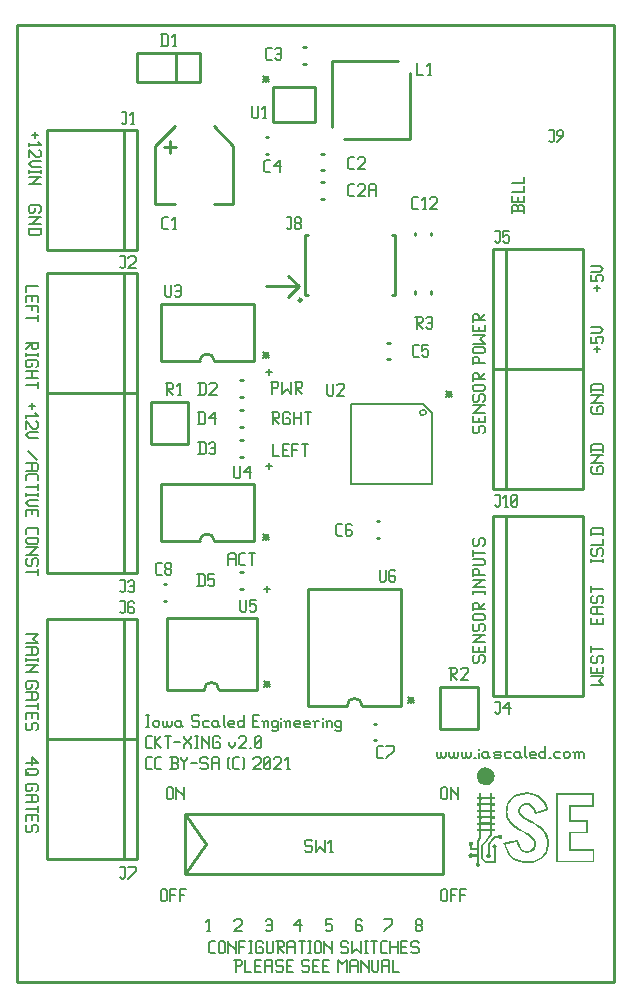
<source format=gbr>
G04 start of page 8 for group -4079 idx -4079 *
G04 Title: (unknown), topsilk *
G04 Creator: pcb 4.0.2 *
G04 CreationDate: Mon Jan 25 18:11:42 2021 UTC *
G04 For: ndholmes *
G04 Format: Gerber/RS-274X *
G04 PCB-Dimensions (mil): 3000.00 3200.00 *
G04 PCB-Coordinate-Origin: lower left *
%MOIN*%
%FSLAX25Y25*%
%LNTOPSILK*%
%ADD42C,0.0080*%
%ADD41C,0.0100*%
%ADD40C,0.0001*%
G54D40*G36*
X154043Y39209D02*X153647Y39480D01*
X153511Y39925D01*
X153565Y40240D01*
X153761Y40490D01*
X153891Y40604D01*
Y42486D01*
X153218D01*
X152741Y42481D01*
X152545Y42464D01*
X152453Y42340D01*
X152100Y42117D01*
X151672D01*
X151373Y42307D01*
X151189Y42600D01*
X151162Y42931D01*
X151270Y43224D01*
X151487Y43446D01*
X151802Y43566D01*
X152182Y43512D01*
X152491Y43273D01*
X152556Y43175D01*
X153224D01*
X153891Y43170D01*
Y44667D01*
X151558D01*
Y45400D01*
X151553Y46127D01*
X151455Y46197D01*
X151287Y46376D01*
X151178Y46593D01*
X151189Y47027D01*
X151373Y47315D01*
X151661Y47494D01*
X151997Y47526D01*
X152290Y47423D01*
X152513Y47201D01*
X152632Y46881D01*
X152578Y46506D01*
X152339Y46197D01*
X152242Y46127D01*
Y45351D01*
X153891D01*
Y47656D01*
X154357Y48248D01*
X154829Y48839D01*
Y50906D01*
X153918D01*
Y51693D01*
X158302D01*
Y53066D01*
X155486D01*
Y51693D01*
X154829D01*
Y53066D01*
X153918D01*
Y53825D01*
X154819D01*
Y55192D01*
X155502Y55219D01*
X155497Y54557D01*
X155491Y54086D01*
X155502Y53868D01*
X155567Y53858D01*
X155790Y53847D01*
X156224Y53841D01*
X156907Y53836D01*
X158302D01*
Y55219D01*
X155502D01*
X154819Y55192D01*
X153918D01*
Y55952D01*
X154829D01*
X155486Y55979D01*
X158302D01*
Y57352D01*
X155486D01*
Y55979D01*
X154829Y55952D01*
Y57324D01*
X153918D01*
Y58084D01*
X154819D01*
X154829Y59462D01*
X155486Y59505D01*
Y58827D01*
X155491Y58344D01*
X155508Y58127D01*
X155920Y58117D01*
X156907Y58111D01*
X158291D01*
X158296Y58800D01*
Y58816D01*
X158307Y59505D01*
X155486D01*
X154829Y59462D01*
X153918D01*
Y60222D01*
X154819D01*
Y61594D01*
X155502Y61648D01*
X155497Y60992D01*
X155491Y60515D01*
X155502Y60297D01*
X155567Y60287D01*
X155790Y60276D01*
X156224Y60270D01*
X156907Y60265D01*
X158307D01*
X158296Y60959D01*
X158291Y61648D01*
X155502D01*
X154819Y61594D01*
X153918D01*
Y62354D01*
X154829D01*
Y63596D01*
X155486D01*
Y62354D01*
X158302D01*
Y63596D01*
X158991D01*
Y62354D01*
X159902D01*
Y61594D01*
X158991D01*
Y60194D01*
X159902D01*
Y59435D01*
X158991D01*
Y58041D01*
X159902D01*
Y57281D01*
X158991D01*
Y55908D01*
X159902D01*
Y55149D01*
X158991D01*
Y53755D01*
X159902D01*
Y52995D01*
X158991D01*
Y51622D01*
X159902D01*
Y50836D01*
X158991D01*
X158985Y50250D01*
Y49658D01*
X157569Y47868D01*
X156148Y46083D01*
Y42074D01*
X157124Y41097D01*
X159544D01*
Y43219D01*
X159539Y44043D01*
Y44716D01*
X159533Y45172D01*
X159528Y45334D01*
X159403Y45427D01*
X159159Y45893D01*
X159294Y46409D01*
X159870Y46718D01*
X160472Y46447D01*
X160629Y45882D01*
X160331Y45372D01*
X160233Y45302D01*
Y40414D01*
X156842D01*
X155486Y41770D01*
Y46344D01*
X156896Y48123D01*
X158302Y49903D01*
Y50841D01*
X155486D01*
Y48503D01*
X154574Y47353D01*
Y40522D01*
X154640Y40490D01*
X154819Y40321D01*
X154949Y40088D01*
X154916Y39573D01*
X154569Y39193D01*
X154303Y39133D01*
X154043Y39144D01*
Y39209D01*
G37*
G36*
X169885Y40229D02*X168067Y40571D01*
X166483Y41293D01*
X165376Y42171D01*
X164432Y43278D01*
X163570Y44841D01*
X162924Y46696D01*
X162826Y47065D01*
X165246Y47581D01*
X166179Y47781D01*
X166955Y47944D01*
X167481Y48047D01*
X167682Y48080D01*
X167736Y47868D01*
X167785Y47618D01*
X167867Y47282D01*
X168230Y46257D01*
X168745Y45432D01*
X169391Y44824D01*
X170162Y44461D01*
X170400Y44418D01*
X170796Y44401D01*
X171187Y44418D01*
X171442Y44461D01*
X172462Y45047D01*
X173021Y46083D01*
X173075Y46712D01*
X173021Y47309D01*
X173623Y47483D01*
X173661Y46067D01*
X173303Y45117D01*
X172673Y44385D01*
X171816Y43924D01*
X170780Y43756D01*
X169451Y44059D01*
X168382Y44884D01*
X167590Y46127D01*
X167389Y46653D01*
X167243Y47157D01*
X167194Y47326D01*
X167145Y47342D01*
X166993Y47315D01*
X166635Y47239D01*
X166109Y47125D01*
X165479Y46989D01*
X164329Y46745D01*
X163792Y46626D01*
X163629Y46577D01*
Y46544D01*
X163678Y46360D01*
X163803Y45991D01*
X163949Y45584D01*
X164074Y45258D01*
X165072Y43479D01*
X166358Y42150D01*
X167932Y41282D01*
X169803Y40864D01*
X170199Y40853D01*
X170747D01*
X171295Y40869D01*
X171718Y40902D01*
X173048Y41157D01*
X174209Y41591D01*
X175109Y42123D01*
X175863Y42779D01*
X176466Y43560D01*
X176932Y44466D01*
X177160Y45161D01*
X177317Y45947D01*
X177366Y46902D01*
X177317Y47836D01*
X177090Y48823D01*
X176732Y49713D01*
X176211Y50532D01*
X175527Y51313D01*
X174827Y51959D01*
X174019Y52556D01*
X172945Y53217D01*
X171453Y54047D01*
X170308Y54682D01*
X169516Y55160D01*
X168963Y55561D01*
X168534Y55963D01*
X167986Y56749D01*
X167818Y57617D01*
X167964Y58659D01*
X168398Y59473D01*
X169103Y60037D01*
X170058Y60319D01*
X170639Y60336D01*
X171214Y60270D01*
X171984Y59977D01*
X172652Y59451D01*
X173227Y58686D01*
X173721Y57666D01*
X173807Y57466D01*
X173867Y57422D01*
X174030Y57471D01*
X174409Y57574D01*
X174919Y57726D01*
X175505Y57894D01*
X176081Y58062D01*
X176580Y58214D01*
X176938Y58317D01*
X177079Y58361D01*
X177052Y58485D01*
X176965Y58762D01*
X176840Y59104D01*
X176721Y59419D01*
X176043Y60634D01*
X175153Y61638D01*
X174079Y62413D01*
X172825Y62940D01*
X171068Y63243D01*
X169147Y63157D01*
X167400Y62696D01*
X166000Y61860D01*
X165300Y61133D01*
X164758Y60249D01*
X164389Y59223D01*
X164188Y58073D01*
X164161Y57297D01*
X164199Y56587D01*
X164438Y55605D01*
X164877Y54699D01*
X165517Y53858D01*
X166380Y53066D01*
X166922Y52659D01*
X167552Y52246D01*
X168355Y51769D01*
X169440Y51161D01*
X170167Y50760D01*
X170709Y50451D01*
X171133Y50196D01*
X171507Y49957D01*
X172939Y48747D01*
X173623Y47483D01*
X173021Y47309D01*
X172424Y48378D01*
X171165Y49425D01*
X170802Y49658D01*
X170395Y49903D01*
X169879Y50196D01*
X169185Y50575D01*
X167807Y51351D01*
X166792Y51980D01*
X166017Y52545D01*
X165360Y53125D01*
X164611Y53966D01*
X164074Y54850D01*
X163656Y56033D01*
X163526Y57346D01*
X163618Y58632D01*
X163911Y59831D01*
X164671Y61355D01*
X165832Y62538D01*
X167362Y63363D01*
X169234Y63802D01*
X170693Y63884D01*
X172077Y63759D01*
X173352Y63433D01*
X174491Y62907D01*
X175630Y62061D01*
X176569Y60976D01*
X177296Y59674D01*
X177789Y58171D01*
X177849Y57916D01*
X175647Y57276D01*
X174784Y57032D01*
X174079Y56831D01*
X173601Y56701D01*
X173422Y56657D01*
X173346Y56858D01*
X173118Y57460D01*
X172858Y58035D01*
X172098Y59104D01*
X171149Y59636D01*
X170514Y59701D01*
X169863Y59652D01*
X169006Y59180D01*
X168669Y58719D01*
X168485Y58122D01*
X168447Y57639D01*
X168485Y57227D01*
X168832Y56576D01*
X169559Y55908D01*
X169912Y55664D01*
X170351Y55388D01*
X170926Y55062D01*
X171697Y54639D01*
X172565Y54167D01*
X173248Y53782D01*
X173807Y53451D01*
X174285Y53142D01*
X175511Y52214D01*
X176477Y51226D01*
X177204Y50174D01*
X177692Y49034D01*
X177968Y47662D01*
X177974Y46230D01*
X177719Y44830D01*
X177209Y43566D01*
X176412Y42448D01*
X175370Y41537D01*
X174100Y40859D01*
X172635Y40414D01*
X171257Y40240D01*
X169885Y40235D01*
Y40229D01*
G37*
G36*
X180470Y52035D02*X181110Y52040D01*
X181104Y41141D01*
X192530D01*
Y44298D01*
X184756D01*
Y50819D01*
X190441D01*
Y53988D01*
X184756D01*
Y59771D01*
X192216D01*
Y62940D01*
X181121D01*
X181110Y52040D01*
X180470Y52035D01*
Y63564D01*
X192850D01*
Y59153D01*
X185390D01*
Y54633D01*
X191071D01*
Y50223D01*
X185407D01*
X185396Y47591D01*
X185390Y44960D01*
X193154D01*
Y40522D01*
X180470D01*
Y52035D01*
G37*
G36*
X157607Y42123D02*X157325Y42312D01*
X157146Y42600D01*
X157141Y43034D01*
X157368Y43387D01*
X157499Y43479D01*
X157510Y43940D01*
X157515Y45052D01*
Y46626D01*
X158611Y48004D01*
X159701Y49387D01*
X161031D01*
X161117Y49507D01*
X161345Y49702D01*
X161497Y49767D01*
X161703Y49778D01*
X161904Y49772D01*
X162056Y49702D01*
X162278Y49512D01*
X162414Y49268D01*
X162430Y48986D01*
X162365Y48714D01*
X162089Y48427D01*
X161703Y48313D01*
X161145Y48562D01*
X161020Y48698D01*
X160032D01*
X159115Y47543D01*
X158204Y46387D01*
Y43490D01*
X158307Y43419D01*
X158567Y43023D01*
X158535Y42524D01*
X158150Y42150D01*
X157607Y42117D01*
Y42123D01*
G37*
G36*
X156441Y66282D02*X155556Y66569D01*
X154791Y67128D01*
X154243Y67860D01*
X153956Y68723D01*
X153918Y69363D01*
X153999Y69982D01*
X154309Y70747D01*
X154829Y71398D01*
X155676Y71973D01*
X156647Y72216D01*
X157656Y72129D01*
X158600Y71702D01*
X159153Y71197D01*
X159577Y70579D01*
X159810Y69895D01*
X159880Y69168D01*
X159772Y68441D01*
X159506Y67768D01*
X159099Y67220D01*
X158584Y66775D01*
X157982Y66455D01*
X157331Y66282D01*
X156880Y66260D01*
X156441Y66282D01*
G37*
G54D41*X199500Y319500D02*Y500D01*
X500Y319500D02*X199500D01*
X83500Y232500D02*X94500D01*
X91000Y236000D01*
X94500Y232500D02*X91000Y229000D01*
X500Y319500D02*Y70500D01*
X199500Y500D02*X500D01*
Y117500D01*
G54D42*X8500Y257500D02*X8000Y257000D01*
X8500Y259000D02*Y257500D01*
X8000Y259500D02*X8500Y259000D01*
X5000Y259500D02*X8000D01*
X5000D02*X4500Y259000D01*
Y257500D01*
X5000Y257000D01*
X6000D01*
X6500Y257500D02*X6000Y257000D01*
X6500Y258500D02*Y257500D01*
X4500Y255800D02*X8500D01*
X8000D02*X8500D01*
X8000D02*X5500Y253300D01*
X4500D02*X8500D01*
X4500Y251600D02*X8500D01*
Y250100D02*X8000Y249600D01*
X5000D02*X8000D01*
X4500Y250100D02*X5000Y249600D01*
X4500Y252100D02*Y250100D01*
X8500Y252100D02*Y250100D01*
X5500Y193500D02*Y191500D01*
X4500Y192500D02*X6500D01*
X3500Y189800D02*Y188800D01*
Y189300D02*X7500D01*
X6500Y190300D02*X7500Y189300D01*
X7000Y187600D02*X7500Y187100D01*
Y185600D01*
X7000Y185100D01*
X6000D02*X7000D01*
X3500Y187600D02*X6000Y185100D01*
X3500Y187600D02*Y185100D01*
X4500Y183900D02*X7500D01*
X4500D02*X3500Y182900D01*
X4500Y181900D01*
X7500D01*
X3500Y232500D02*X7500D01*
X3500D02*Y230500D01*
X5500Y229300D02*Y227800D01*
X3500Y229300D02*Y227300D01*
Y229300D02*X7500D01*
Y227300D01*
X3500Y226100D02*X7500D01*
Y224100D01*
X5500Y226100D02*Y224600D01*
X7500Y222900D02*Y220900D01*
X3500Y221900D02*X7500D01*
Y214000D02*Y212000D01*
X7000Y211500D01*
X6000D02*X7000D01*
X5500Y212000D02*X6000Y211500D01*
X5500Y213500D02*Y212000D01*
X3500Y213500D02*X7500D01*
X5500D02*X3500Y211500D01*
X7500Y210300D02*Y209300D01*
X3500Y209800D02*X7500D01*
X3500Y210300D02*Y209300D01*
X7500Y206100D02*X7000Y205600D01*
X7500Y207600D02*Y206100D01*
X7000Y208100D02*X7500Y207600D01*
X4000Y208100D02*X7000D01*
X4000D02*X3500Y207600D01*
Y206100D01*
X4000Y205600D01*
X5000D01*
X5500Y206100D02*X5000Y205600D01*
X5500Y207100D02*Y206100D01*
X3500Y204400D02*X7500D01*
X3500Y201900D02*X7500D01*
X5500Y204400D02*Y201900D01*
X7500Y200700D02*Y198700D01*
X3500Y199700D02*X7500D01*
X6500Y284000D02*Y282000D01*
X5500Y283000D02*X7500D01*
X4500Y280300D02*Y279300D01*
Y279800D02*X8500D01*
X7500Y280800D02*X8500Y279800D01*
X8000Y278100D02*X8500Y277600D01*
Y276100D01*
X8000Y275600D01*
X7000D02*X8000D01*
X4500Y278100D02*X7000Y275600D01*
X4500Y278100D02*Y275600D01*
X5500Y274400D02*X8500D01*
X5500D02*X4500Y273400D01*
X5500Y272400D01*
X8500D01*
Y271200D02*Y270200D01*
X4500Y270700D02*X8500D01*
X4500Y271200D02*Y270200D01*
Y269000D02*X8500D01*
X8000D02*X8500D01*
X8000D02*X5500Y266500D01*
X4500D02*X8500D01*
X4300Y177800D02*X7300Y174800D01*
X3800Y173600D02*X7300D01*
X7800Y173100D01*
Y171600D01*
X7300Y171100D01*
X3800D02*X7300D01*
X5800Y173600D02*Y171100D01*
X3800Y169400D02*Y167900D01*
X4300Y169900D02*X3800Y169400D01*
X4300Y169900D02*X7300D01*
X7800Y169400D01*
Y167900D01*
Y166700D02*Y164700D01*
X3800Y165700D02*X7800D01*
Y163500D02*Y162500D01*
X3800Y163000D02*X7800D01*
X3800Y163500D02*Y162500D01*
X4800Y161300D02*X7800D01*
X4800D02*X3800Y160300D01*
X4800Y159300D01*
X7800D01*
X5800Y158100D02*Y156600D01*
X3800Y158100D02*Y156100D01*
Y158100D02*X7800D01*
Y156100D01*
X83500Y172500D02*X85500D01*
X84500Y173500D02*Y171500D01*
X86000Y180100D02*Y176100D01*
X88000D01*
X89200Y178100D02*X90700D01*
X89200Y176100D02*X91200D01*
X89200Y180100D02*Y176100D01*
Y180100D02*X91200D01*
X92400D02*Y176100D01*
Y180100D02*X94400D01*
X92400Y178100D02*X93900D01*
X95600Y180100D02*X97600D01*
X96600D02*Y176100D01*
X194000Y212500D02*Y210500D01*
X193000Y211500D02*X195000D01*
X192000Y215700D02*Y213700D01*
X194000D01*
X193500Y214200D01*
Y215200D02*Y214200D01*
Y215200D02*X194000Y215700D01*
X195500D01*
X196000Y215200D02*X195500Y215700D01*
X196000Y215200D02*Y214200D01*
X195500Y213700D02*X196000Y214200D01*
X192000Y216900D02*X195000D01*
X196000Y217900D01*
X195000Y218900D01*
X192000D02*X195000D01*
X192000Y192000D02*X192500Y192500D01*
X192000Y192000D02*Y190500D01*
X192500Y190000D02*X192000Y190500D01*
X192500Y190000D02*X195500D01*
X196000Y190500D01*
Y192000D02*Y190500D01*
Y192000D02*X195500Y192500D01*
X194500D02*X195500D01*
X194000Y192000D02*X194500Y192500D01*
X194000Y192000D02*Y191000D01*
X192000Y193700D02*X196000D01*
X192000D02*X192500D01*
X195000Y196200D01*
X192000D02*X196000D01*
X192000Y197900D02*X196000D01*
X192000Y199400D02*X192500Y199900D01*
X195500D01*
X196000Y199400D02*X195500Y199900D01*
X196000Y199400D02*Y197400D01*
X192000Y199400D02*Y197400D01*
Y172000D02*X192500Y172500D01*
X192000Y172000D02*Y170500D01*
X192500Y170000D02*X192000Y170500D01*
X192500Y170000D02*X195500D01*
X196000Y170500D01*
Y172000D02*Y170500D01*
Y172000D02*X195500Y172500D01*
X194500D02*X195500D01*
X194000Y172000D02*X194500Y172500D01*
X194000Y172000D02*Y171000D01*
X192000Y173700D02*X196000D01*
X192000D02*X192500D01*
X195000Y176200D01*
X192000D02*X196000D01*
X192000Y177900D02*X196000D01*
X192000Y179400D02*X192500Y179900D01*
X195500D01*
X196000Y179400D02*X195500Y179900D01*
X196000Y179400D02*Y177400D01*
X192000Y179400D02*Y177400D01*
X194000Y233000D02*Y231000D01*
X193000Y232000D02*X195000D01*
X192000Y236200D02*Y234200D01*
X194000D01*
X193500Y234700D01*
Y235700D02*Y234700D01*
Y235700D02*X194000Y236200D01*
X195500D01*
X196000Y235700D02*X195500Y236200D01*
X196000Y235700D02*Y234700D01*
X195500Y234200D02*X196000Y234700D01*
X192000Y237400D02*X195000D01*
X196000Y238400D01*
X195000Y239400D01*
X192000D02*X195000D01*
X169500Y259000D02*Y257000D01*
Y259000D02*X169000Y259500D01*
X168000D02*X169000D01*
X167500Y259000D02*X168000Y259500D01*
X167500Y259000D02*Y257500D01*
X165500D02*X169500D01*
X165500Y259000D02*Y257000D01*
Y259000D02*X166000Y259500D01*
X167000D01*
X167500Y259000D02*X167000Y259500D01*
X167500Y262200D02*Y260700D01*
X169500Y262700D02*Y260700D01*
X165500D02*X169500D01*
X165500Y262700D02*Y260700D01*
Y263900D02*X169500D01*
Y265900D02*Y263900D01*
X165500Y267100D02*X169500D01*
Y269100D02*Y267100D01*
X82500Y302500D02*X84500Y300500D01*
X82500D02*X84500Y302500D01*
X82500Y301500D02*X84500D01*
X83500Y302500D02*Y300500D01*
X82500Y210500D02*X84500Y208500D01*
X82500D02*X84500Y210500D01*
X82500Y209500D02*X84500D01*
X83500Y210500D02*Y208500D01*
Y204000D02*X85500D01*
X84500Y205000D02*Y203000D01*
X85814Y200800D02*Y196800D01*
X85314Y200800D02*X87314D01*
X87814Y200300D01*
Y199300D01*
X87314Y198800D02*X87814Y199300D01*
X85814Y198800D02*X87314D01*
X89014Y200800D02*Y196800D01*
X90514Y198300D01*
X92014Y196800D01*
Y200800D02*Y196800D01*
X93214Y200800D02*X95214D01*
X95714Y200300D01*
Y199300D01*
X95214Y198800D02*X95714Y199300D01*
X93714Y198800D02*X95214D01*
X93714Y200800D02*Y196800D01*
Y198800D02*X95714Y196800D01*
X85500Y190500D02*X87500D01*
X88000Y190000D01*
Y189000D01*
X87500Y188500D02*X88000Y189000D01*
X86000Y188500D02*X87500D01*
X86000Y190500D02*Y186500D01*
Y188500D02*X88000Y186500D01*
X91200Y190500D02*X91700Y190000D01*
X89700Y190500D02*X91200D01*
X89200Y190000D02*X89700Y190500D01*
X89200Y190000D02*Y187000D01*
X89700Y186500D01*
X91200D01*
X91700Y187000D01*
Y188000D02*Y187000D01*
X91200Y188500D02*X91700Y188000D01*
X90200Y188500D02*X91200D01*
X92900Y190500D02*Y186500D01*
X95400Y190500D02*Y186500D01*
X92900Y188500D02*X95400D01*
X96600Y190500D02*X98600D01*
X97600D02*Y186500D01*
X143500Y197500D02*X145500Y195500D01*
X143500D02*X145500Y197500D01*
X143500Y196500D02*X145500D01*
X144500Y197500D02*Y195500D01*
X152500Y185500D02*X153000Y186000D01*
X152500Y185500D02*Y184000D01*
X153000Y183500D02*X152500Y184000D01*
X153000Y183500D02*X154000D01*
X154500Y184000D01*
Y185500D02*Y184000D01*
Y185500D02*X155000Y186000D01*
X156000D01*
X156500Y185500D02*X156000Y186000D01*
X156500Y185500D02*Y184000D01*
X156000Y183500D02*X156500Y184000D01*
X154500Y188700D02*Y187200D01*
X156500Y189200D02*Y187200D01*
X152500D02*X156500D01*
X152500Y189200D02*Y187200D01*
Y190400D02*X156500D01*
X152500D02*X153000D01*
X155500Y192900D01*
X152500D02*X156500D01*
X152500Y196100D02*X153000Y196600D01*
X152500Y196100D02*Y194600D01*
X153000Y194100D02*X152500Y194600D01*
X153000Y194100D02*X154000D01*
X154500Y194600D01*
Y196100D02*Y194600D01*
Y196100D02*X155000Y196600D01*
X156000D01*
X156500Y196100D02*X156000Y196600D01*
X156500Y196100D02*Y194600D01*
X156000Y194100D02*X156500Y194600D01*
X153000Y197800D02*X156000D01*
X153000D02*X152500Y198300D01*
Y199300D02*Y198300D01*
Y199300D02*X153000Y199800D01*
X156000D01*
X156500Y199300D02*X156000Y199800D01*
X156500Y199300D02*Y198300D01*
X156000Y197800D02*X156500Y198300D01*
X152500Y203000D02*Y201000D01*
Y203000D02*X153000Y203500D01*
X154000D01*
X154500Y203000D02*X154000Y203500D01*
X154500Y203000D02*Y201500D01*
X152500D02*X156500D01*
X154500D02*X156500Y203500D01*
X152500Y207000D02*X156500D01*
X152500Y208500D02*Y206500D01*
Y208500D02*X153000Y209000D01*
X154000D01*
X154500Y208500D02*X154000Y209000D01*
X154500Y208500D02*Y207000D01*
X153000Y210200D02*X156000D01*
X153000D02*X152500Y210700D01*
Y211700D02*Y210700D01*
Y211700D02*X153000Y212200D01*
X156000D01*
X156500Y211700D02*X156000Y212200D01*
X156500Y211700D02*Y210700D01*
X156000Y210200D02*X156500Y210700D01*
X152500Y213400D02*X156500D01*
X155000Y214900D01*
X156500Y216400D01*
X152500D02*X156500D01*
X154500Y219100D02*Y217600D01*
X156500Y219600D02*Y217600D01*
X152500D02*X156500D01*
X152500Y219600D02*Y217600D01*
Y222800D02*Y220800D01*
Y222800D02*X153000Y223300D01*
X154000D01*
X154500Y222800D02*X154000Y223300D01*
X154500Y222800D02*Y221300D01*
X152500D02*X156500D01*
X154500D02*X156500Y223300D01*
X3500Y116500D02*X7500D01*
X6000Y115000D01*
X7500Y113500D01*
X3500D02*X7500D01*
X3500Y112300D02*X7000D01*
X7500Y111800D01*
Y110300D01*
X7000Y109800D01*
X3500D02*X7000D01*
X5500Y112300D02*Y109800D01*
X7500Y108600D02*Y107600D01*
X3500Y108100D02*X7500D01*
X3500Y108600D02*Y107600D01*
Y106400D02*X7500D01*
X7000D02*X7500D01*
X7000D02*X4500Y103900D01*
X3500D02*X7500D01*
Y98900D02*X7000Y98400D01*
X7500Y100400D02*Y98900D01*
X7000Y100900D02*X7500Y100400D01*
X4000Y100900D02*X7000D01*
X4000D02*X3500Y100400D01*
Y98900D01*
X4000Y98400D01*
X5000D01*
X5500Y98900D02*X5000Y98400D01*
X5500Y99900D02*Y98900D01*
X3500Y97200D02*X7000D01*
X7500Y96700D01*
Y95200D01*
X7000Y94700D01*
X3500D02*X7000D01*
X5500Y97200D02*Y94700D01*
X7500Y93500D02*Y91500D01*
X3500Y92500D02*X7500D01*
X5500Y90300D02*Y88800D01*
X3500Y90300D02*Y88300D01*
Y90300D02*X7500D01*
Y88300D01*
Y85100D02*X7000Y84600D01*
X7500Y86600D02*Y85100D01*
X7000Y87100D02*X7500Y86600D01*
X6000Y87100D02*X7000D01*
X6000D02*X5500Y86600D01*
Y85100D01*
X5000Y84600D01*
X4000D02*X5000D01*
X3500Y85100D02*X4000Y84600D01*
X3500Y86600D02*Y85100D01*
X4000Y87100D02*X3500Y86600D01*
X5500Y75500D02*X7500Y73500D01*
X5500Y75500D02*Y73000D01*
X3500Y73500D02*X7500D01*
X4000Y71800D02*X7000D01*
X7500Y71300D01*
Y70300D01*
X7000Y69800D01*
X4000D02*X7000D01*
X3500Y70300D02*X4000Y69800D01*
X3500Y71300D02*Y70300D01*
X4000Y71800D02*X3500Y71300D01*
X4500Y70800D02*X3500Y69800D01*
X7500Y64800D02*X7000Y64300D01*
X7500Y66300D02*Y64800D01*
X7000Y66800D02*X7500Y66300D01*
X4000Y66800D02*X7000D01*
X4000D02*X3500Y66300D01*
Y64800D01*
X4000Y64300D01*
X5000D01*
X5500Y64800D02*X5000Y64300D01*
X5500Y65800D02*Y64800D01*
X3500Y63100D02*X7000D01*
X7500Y62600D01*
Y61100D01*
X7000Y60600D01*
X3500D02*X7000D01*
X5500Y63100D02*Y60600D01*
X7500Y59400D02*Y57400D01*
X3500Y58400D02*X7500D01*
X5500Y56200D02*Y54700D01*
X3500Y56200D02*Y54200D01*
Y56200D02*X7500D01*
Y54200D01*
Y51000D02*X7000Y50500D01*
X7500Y52500D02*Y51000D01*
X7000Y53000D02*X7500Y52500D01*
X6000Y53000D02*X7000D01*
X6000D02*X5500Y52500D01*
Y51000D01*
X5000Y50500D01*
X4000D02*X5000D01*
X3500Y51000D02*X4000Y50500D01*
X3500Y52500D02*Y51000D01*
X4000Y53000D02*X3500Y52500D01*
X3800Y151500D02*Y150000D01*
X4300Y152000D02*X3800Y151500D01*
X4300Y152000D02*X7300D01*
X7800Y151500D01*
Y150000D01*
X4300Y148800D02*X7300D01*
X7800Y148300D01*
Y147300D01*
X7300Y146800D01*
X4300D02*X7300D01*
X3800Y147300D02*X4300Y146800D01*
X3800Y148300D02*Y147300D01*
X4300Y148800D02*X3800Y148300D01*
Y145600D02*X7800D01*
X7300D02*X7800D01*
X7300D02*X4800Y143100D01*
X3800D02*X7800D01*
Y139900D02*X7300Y139400D01*
X7800Y141400D02*Y139900D01*
X7300Y141900D02*X7800Y141400D01*
X6300Y141900D02*X7300D01*
X6300D02*X5800Y141400D01*
Y139900D01*
X5300Y139400D01*
X4300D02*X5300D01*
X3800Y139900D02*X4300Y139400D01*
X3800Y141400D02*Y139900D01*
X4300Y141900D02*X3800Y141400D01*
X7800Y138200D02*Y136200D01*
X3800Y137200D02*X7800D01*
X83000Y131500D02*X85000D01*
X84000Y132500D02*Y130500D01*
X83000Y101000D02*X85000Y99000D01*
X83000D02*X85000Y101000D01*
X83000Y100000D02*X85000D01*
X84000Y101000D02*Y99000D01*
X82500Y150000D02*X84500Y148000D01*
X82500D02*X84500Y150000D01*
X82500Y149000D02*X84500D01*
X83500Y150000D02*Y148000D01*
X71000Y143000D02*Y139500D01*
Y143000D02*X71500Y143500D01*
X73000D01*
X73500Y143000D01*
Y139500D01*
X71000Y141500D02*X73500D01*
X75200Y139500D02*X76700D01*
X74700Y140000D02*X75200Y139500D01*
X74700Y143000D02*Y140000D01*
Y143000D02*X75200Y143500D01*
X76700D01*
X77900D02*X79900D01*
X78900D02*Y139500D01*
X48500Y31000D02*Y28000D01*
Y31000D02*X49000Y31500D01*
X50000D01*
X50500Y31000D01*
Y28000D01*
X50000Y27500D02*X50500Y28000D01*
X49000Y27500D02*X50000D01*
X48500Y28000D02*X49000Y27500D01*
X51700Y31500D02*Y27500D01*
Y31500D02*X53700D01*
X51700Y29500D02*X53200D01*
X54900Y31500D02*Y27500D01*
Y31500D02*X56900D01*
X54900Y29500D02*X56400D01*
X64000Y17500D02*X65000D01*
X64500Y21500D02*Y17500D01*
X63500Y20500D02*X64500Y21500D01*
X73000Y21000D02*X73500Y21500D01*
X75000D01*
X75500Y21000D01*
Y20000D01*
X73000Y17500D02*X75500Y20000D01*
X73000Y17500D02*X75500D01*
X83500Y21000D02*X84000Y21500D01*
X85000D01*
X85500Y21000D01*
Y18000D01*
X85000Y17500D02*X85500Y18000D01*
X84000Y17500D02*X85000D01*
X83500Y18000D02*X84000Y17500D01*
Y19500D02*X85500D01*
X93000D02*X95000Y21500D01*
X93000Y19500D02*X95500D01*
X95000Y21500D02*Y17500D01*
X103500Y21500D02*X105500D01*
X103500D02*Y19500D01*
X104000Y20000D01*
X105000D01*
X105500Y19500D01*
Y18000D01*
X105000Y17500D02*X105500Y18000D01*
X104000Y17500D02*X105000D01*
X103500Y18000D02*X104000Y17500D01*
X115000Y21500D02*X115500Y21000D01*
X114000Y21500D02*X115000D01*
X113500Y21000D02*X114000Y21500D01*
X113500Y21000D02*Y18000D01*
X114000Y17500D01*
X115000Y19500D02*X115500Y19000D01*
X113500Y19500D02*X115000D01*
X114000Y17500D02*X115000D01*
X115500Y18000D01*
Y19000D02*Y18000D01*
X65200Y10200D02*X66700D01*
X64700Y10700D02*X65200Y10200D01*
X64700Y13700D02*Y10700D01*
Y13700D02*X65200Y14200D01*
X66700D01*
X67900Y13700D02*Y10700D01*
Y13700D02*X68400Y14200D01*
X69400D01*
X69900Y13700D01*
Y10700D01*
X69400Y10200D02*X69900Y10700D01*
X68400Y10200D02*X69400D01*
X67900Y10700D02*X68400Y10200D01*
X71100Y14200D02*Y10200D01*
Y14200D02*Y13700D01*
X73600Y11200D01*
Y14200D02*Y10200D01*
X74800Y14200D02*Y10200D01*
Y14200D02*X76800D01*
X74800Y12200D02*X76300D01*
X78000Y14200D02*X79000D01*
X78500D02*Y10200D01*
X78000D02*X79000D01*
X82200Y14200D02*X82700Y13700D01*
X80700Y14200D02*X82200D01*
X80200Y13700D02*X80700Y14200D01*
X80200Y13700D02*Y10700D01*
X80700Y10200D01*
X82200D01*
X82700Y10700D01*
Y11700D02*Y10700D01*
X82200Y12200D02*X82700Y11700D01*
X81200Y12200D02*X82200D01*
X83900Y14200D02*Y10700D01*
X84400Y10200D01*
X85400D01*
X85900Y10700D01*
Y14200D02*Y10700D01*
X87100Y14200D02*X89100D01*
X89600Y13700D01*
Y12700D01*
X89100Y12200D02*X89600Y12700D01*
X87600Y12200D02*X89100D01*
X87600Y14200D02*Y10200D01*
Y12200D02*X89600Y10200D01*
X90800Y13700D02*Y10200D01*
Y13700D02*X91300Y14200D01*
X92800D01*
X93300Y13700D01*
Y10200D01*
X90800Y12200D02*X93300D01*
X94500Y14200D02*X96500D01*
X95500D02*Y10200D01*
X97700Y14200D02*X98700D01*
X98200D02*Y10200D01*
X97700D02*X98700D01*
X99900Y13700D02*Y10700D01*
Y13700D02*X100400Y14200D01*
X101400D01*
X101900Y13700D01*
Y10700D01*
X101400Y10200D02*X101900Y10700D01*
X100400Y10200D02*X101400D01*
X99900Y10700D02*X100400Y10200D01*
X103100Y14200D02*Y10200D01*
Y14200D02*Y13700D01*
X105600Y11200D01*
Y14200D02*Y10200D01*
X110600Y14200D02*X111100Y13700D01*
X109100Y14200D02*X110600D01*
X108600Y13700D02*X109100Y14200D01*
X108600Y13700D02*Y12700D01*
X109100Y12200D01*
X110600D01*
X111100Y11700D01*
Y10700D01*
X110600Y10200D02*X111100Y10700D01*
X109100Y10200D02*X110600D01*
X108600Y10700D02*X109100Y10200D01*
X112300Y14200D02*Y10200D01*
X113800Y11700D01*
X115300Y10200D01*
Y14200D02*Y10200D01*
X116500Y14200D02*X117500D01*
X117000D02*Y10200D01*
X116500D02*X117500D01*
X118700Y14200D02*X120700D01*
X119700D02*Y10200D01*
X122400D02*X123900D01*
X121900Y10700D02*X122400Y10200D01*
X121900Y13700D02*Y10700D01*
Y13700D02*X122400Y14200D01*
X123900D01*
X125100D02*Y10200D01*
X127600Y14200D02*Y10200D01*
X125100Y12200D02*X127600D01*
X128800D02*X130300D01*
X128800Y10200D02*X130800D01*
X128800Y14200D02*Y10200D01*
Y14200D02*X130800D01*
X134000D02*X134500Y13700D01*
X132500Y14200D02*X134000D01*
X132000Y13700D02*X132500Y14200D01*
X132000Y13700D02*Y12700D01*
X132500Y12200D01*
X134000D01*
X134500Y11700D01*
Y10700D01*
X134000Y10200D02*X134500Y10700D01*
X132500Y10200D02*X134000D01*
X132000Y10700D02*X132500Y10200D01*
X73600Y8000D02*Y4000D01*
X73100Y8000D02*X75100D01*
X75600Y7500D01*
Y6500D01*
X75100Y6000D02*X75600Y6500D01*
X73600Y6000D02*X75100D01*
X76800Y8000D02*Y4000D01*
X78800D01*
X80000Y6000D02*X81500D01*
X80000Y4000D02*X82000D01*
X80000Y8000D02*Y4000D01*
Y8000D02*X82000D01*
X83200Y7500D02*Y4000D01*
Y7500D02*X83700Y8000D01*
X85200D01*
X85700Y7500D01*
Y4000D01*
X83200Y6000D02*X85700D01*
X88900Y8000D02*X89400Y7500D01*
X87400Y8000D02*X88900D01*
X86900Y7500D02*X87400Y8000D01*
X86900Y7500D02*Y6500D01*
X87400Y6000D01*
X88900D01*
X89400Y5500D01*
Y4500D01*
X88900Y4000D02*X89400Y4500D01*
X87400Y4000D02*X88900D01*
X86900Y4500D02*X87400Y4000D01*
X90600Y6000D02*X92100D01*
X90600Y4000D02*X92600D01*
X90600Y8000D02*Y4000D01*
Y8000D02*X92600D01*
X97600D02*X98100Y7500D01*
X96100Y8000D02*X97600D01*
X95600Y7500D02*X96100Y8000D01*
X95600Y7500D02*Y6500D01*
X96100Y6000D01*
X97600D01*
X98100Y5500D01*
Y4500D01*
X97600Y4000D02*X98100Y4500D01*
X96100Y4000D02*X97600D01*
X95600Y4500D02*X96100Y4000D01*
X99300Y6000D02*X100800D01*
X99300Y4000D02*X101300D01*
X99300Y8000D02*Y4000D01*
Y8000D02*X101300D01*
X102500Y6000D02*X104000D01*
X102500Y4000D02*X104500D01*
X102500Y8000D02*Y4000D01*
Y8000D02*X104500D01*
X107500D02*Y4000D01*
Y8000D02*X109000Y6500D01*
X110500Y8000D01*
Y4000D01*
X111700Y7500D02*Y4000D01*
Y7500D02*X112200Y8000D01*
X113700D01*
X114200Y7500D01*
Y4000D01*
X111700Y6000D02*X114200D01*
X115400Y8000D02*Y4000D01*
Y8000D02*Y7500D01*
X117900Y5000D01*
Y8000D02*Y4000D01*
X119100Y8000D02*Y4500D01*
X119600Y4000D01*
X120600D01*
X121100Y4500D01*
Y8000D02*Y4500D01*
X122300Y7500D02*Y4000D01*
Y7500D02*X122800Y8000D01*
X124300D01*
X124800Y7500D01*
Y4000D01*
X122300Y6000D02*X124800D01*
X126000Y8000D02*Y4000D01*
X128000D01*
X123000Y17500D02*X125500Y20000D01*
Y21500D02*Y20000D01*
X123000Y21500D02*X125500D01*
X133500Y18000D02*X134000Y17500D01*
X133500Y19000D02*Y18000D01*
Y19000D02*X134000Y19500D01*
X135000D01*
X135500Y19000D01*
Y18000D01*
X135000Y17500D02*X135500Y18000D01*
X134000Y17500D02*X135000D01*
X133500Y20000D02*X134000Y19500D01*
X133500Y21000D02*Y20000D01*
Y21000D02*X134000Y21500D01*
X135000D01*
X135500Y21000D01*
Y20000D01*
X135000Y19500D02*X135500Y20000D01*
X142000Y31000D02*Y28000D01*
Y31000D02*X142500Y31500D01*
X143500D01*
X144000Y31000D01*
Y28000D01*
X143500Y27500D02*X144000Y28000D01*
X142500Y27500D02*X143500D01*
X142000Y28000D02*X142500Y27500D01*
X145200Y31500D02*Y27500D01*
Y31500D02*X147200D01*
X145200Y29500D02*X146700D01*
X148400Y31500D02*Y27500D01*
Y31500D02*X150400D01*
X148400Y29500D02*X149900D01*
X44000Y78500D02*X45500D01*
X43500Y79000D02*X44000Y78500D01*
X43500Y82000D02*Y79000D01*
Y82000D02*X44000Y82500D01*
X45500D01*
X46700D02*Y78500D01*
Y80500D02*X48700Y82500D01*
X46700Y80500D02*X48700Y78500D01*
X49900Y82500D02*X51900D01*
X50900D02*Y78500D01*
X53100Y80500D02*X55100D01*
X56300Y82500D02*Y82000D01*
X58800Y79500D01*
Y78500D01*
X56300Y79500D02*Y78500D01*
Y79500D02*X58800Y82000D01*
Y82500D02*Y82000D01*
X60000Y82500D02*X61000D01*
X60500D02*Y78500D01*
X60000D02*X61000D01*
X62200Y82500D02*Y78500D01*
Y82500D02*Y82000D01*
X64700Y79500D01*
Y82500D02*Y78500D01*
X67900Y82500D02*X68400Y82000D01*
X66400Y82500D02*X67900D01*
X65900Y82000D02*X66400Y82500D01*
X65900Y82000D02*Y79000D01*
X66400Y78500D01*
X67900D01*
X68400Y79000D01*
Y80000D02*Y79000D01*
X67900Y80500D02*X68400Y80000D01*
X66900Y80500D02*X67900D01*
X71400D02*Y79500D01*
X72400Y78500D01*
X73400Y79500D01*
Y80500D02*Y79500D01*
X74600Y82000D02*X75100Y82500D01*
X76600D01*
X77100Y82000D01*
Y81000D01*
X74600Y78500D02*X77100Y81000D01*
X74600Y78500D02*X77100D01*
X78300D02*X78800D01*
X80000Y79000D02*X80500Y78500D01*
X80000Y82000D02*Y79000D01*
Y82000D02*X80500Y82500D01*
X81500D01*
X82000Y82000D01*
Y79000D01*
X81500Y78500D02*X82000Y79000D01*
X80500Y78500D02*X81500D01*
X80000Y79500D02*X82000Y81500D01*
X44000Y71500D02*X45500D01*
X43500Y72000D02*X44000Y71500D01*
X43500Y75000D02*Y72000D01*
Y75000D02*X44000Y75500D01*
X45500D01*
X47200Y71500D02*X48700D01*
X46700Y72000D02*X47200Y71500D01*
X46700Y75000D02*Y72000D01*
Y75000D02*X47200Y75500D01*
X48700D01*
X51700Y71500D02*X53700D01*
X54200Y72000D01*
Y73000D02*Y72000D01*
X53700Y73500D02*X54200Y73000D01*
X52200Y73500D02*X53700D01*
X52200Y75500D02*Y71500D01*
X51700Y75500D02*X53700D01*
X54200Y75000D01*
Y74000D01*
X53700Y73500D02*X54200Y74000D01*
X55400Y75500D02*Y75000D01*
X56400Y74000D01*
X57400Y75000D01*
Y75500D02*Y75000D01*
X56400Y74000D02*Y71500D01*
X58600Y73500D02*X60600D01*
X63800Y75500D02*X64300Y75000D01*
X62300Y75500D02*X63800D01*
X61800Y75000D02*X62300Y75500D01*
X61800Y75000D02*Y74000D01*
X62300Y73500D01*
X63800D01*
X64300Y73000D01*
Y72000D01*
X63800Y71500D02*X64300Y72000D01*
X62300Y71500D02*X63800D01*
X61800Y72000D02*X62300Y71500D01*
X65500Y75000D02*Y71500D01*
Y75000D02*X66000Y75500D01*
X67500D01*
X68000Y75000D01*
Y71500D01*
X65500Y73500D02*X68000D01*
X71000Y72000D02*X71500Y71500D01*
X71000Y75000D02*X71500Y75500D01*
X71000Y75000D02*Y72000D01*
X73200Y71500D02*X74700D01*
X72700Y72000D02*X73200Y71500D01*
X72700Y75000D02*Y72000D01*
Y75000D02*X73200Y75500D01*
X74700D01*
X75900D02*X76400Y75000D01*
Y72000D01*
X75900Y71500D02*X76400Y72000D01*
X79400Y75000D02*X79900Y75500D01*
X81400D01*
X81900Y75000D01*
Y74000D01*
X79400Y71500D02*X81900Y74000D01*
X79400Y71500D02*X81900D01*
X83100Y72000D02*X83600Y71500D01*
X83100Y75000D02*Y72000D01*
Y75000D02*X83600Y75500D01*
X84600D01*
X85100Y75000D01*
Y72000D01*
X84600Y71500D02*X85100Y72000D01*
X83600Y71500D02*X84600D01*
X83100Y72500D02*X85100Y74500D01*
X86300Y75000D02*X86800Y75500D01*
X88300D01*
X88800Y75000D01*
Y74000D01*
X86300Y71500D02*X88800Y74000D01*
X86300Y71500D02*X88800D01*
X90500D02*X91500D01*
X91000Y75500D02*Y71500D01*
X90000Y74500D02*X91000Y75500D01*
X43800Y89700D02*X44800D01*
X44300D02*Y85700D01*
X43800D02*X44800D01*
X46000Y87200D02*Y86200D01*
Y87200D02*X46500Y87700D01*
X47500D01*
X48000Y87200D01*
Y86200D01*
X47500Y85700D02*X48000Y86200D01*
X46500Y85700D02*X47500D01*
X46000Y86200D02*X46500Y85700D01*
X49200Y87700D02*Y86200D01*
X49700Y85700D01*
X50200D01*
X50700Y86200D01*
Y87700D02*Y86200D01*
X51200Y85700D01*
X51700D01*
X52200Y86200D01*
Y87700D02*Y86200D01*
X54900Y87700D02*X55400Y87200D01*
X53900Y87700D02*X54900D01*
X53400Y87200D02*X53900Y87700D01*
X53400Y87200D02*Y86200D01*
X53900Y85700D01*
X55400Y87700D02*Y86200D01*
X55900Y85700D01*
X53900D02*X54900D01*
X55400Y86200D01*
X60900Y89700D02*X61400Y89200D01*
X59400Y89700D02*X60900D01*
X58900Y89200D02*X59400Y89700D01*
X58900Y89200D02*Y88200D01*
X59400Y87700D01*
X60900D01*
X61400Y87200D01*
Y86200D01*
X60900Y85700D02*X61400Y86200D01*
X59400Y85700D02*X60900D01*
X58900Y86200D02*X59400Y85700D01*
X63100Y87700D02*X64600D01*
X62600Y87200D02*X63100Y87700D01*
X62600Y87200D02*Y86200D01*
X63100Y85700D01*
X64600D01*
X67300Y87700D02*X67800Y87200D01*
X66300Y87700D02*X67300D01*
X65800Y87200D02*X66300Y87700D01*
X65800Y87200D02*Y86200D01*
X66300Y85700D01*
X67800Y87700D02*Y86200D01*
X68300Y85700D01*
X66300D02*X67300D01*
X67800Y86200D01*
X69500Y89700D02*Y86200D01*
X70000Y85700D01*
X71500D02*X73000D01*
X71000Y86200D02*X71500Y85700D01*
X71000Y87200D02*Y86200D01*
Y87200D02*X71500Y87700D01*
X72500D01*
X73000Y87200D01*
X71000Y86700D02*X73000D01*
Y87200D02*Y86700D01*
X76200Y89700D02*Y85700D01*
X75700D02*X76200Y86200D01*
X74700Y85700D02*X75700D01*
X74200Y86200D02*X74700Y85700D01*
X74200Y87200D02*Y86200D01*
Y87200D02*X74700Y87700D01*
X75700D01*
X76200Y87200D01*
X79200Y87700D02*X80700D01*
X79200Y85700D02*X81200D01*
X79200Y89700D02*Y85700D01*
Y89700D02*X81200D01*
X82900Y87200D02*Y85700D01*
Y87200D02*X83400Y87700D01*
X83900D01*
X84400Y87200D01*
Y85700D01*
X82400Y87700D02*X82900Y87200D01*
X87100Y87700D02*X87600Y87200D01*
X86100Y87700D02*X87100D01*
X85600Y87200D02*X86100Y87700D01*
X85600Y87200D02*Y86200D01*
X86100Y85700D01*
X87100D01*
X87600Y86200D01*
X85600Y84700D02*X86100Y84200D01*
X87100D01*
X87600Y84700D01*
Y87700D02*Y84700D01*
X88800Y88700D02*Y88200D01*
Y87200D02*Y85700D01*
X90300Y87200D02*Y85700D01*
Y87200D02*X90800Y87700D01*
X91300D01*
X91800Y87200D01*
Y85700D01*
X89800Y87700D02*X90300Y87200D01*
X93500Y85700D02*X95000D01*
X93000Y86200D02*X93500Y85700D01*
X93000Y87200D02*Y86200D01*
Y87200D02*X93500Y87700D01*
X94500D01*
X95000Y87200D01*
X93000Y86700D02*X95000D01*
Y87200D02*Y86700D01*
X96700Y85700D02*X98200D01*
X96200Y86200D02*X96700Y85700D01*
X96200Y87200D02*Y86200D01*
Y87200D02*X96700Y87700D01*
X97700D01*
X98200Y87200D01*
X96200Y86700D02*X98200D01*
Y87200D02*Y86700D01*
X99900Y87200D02*Y85700D01*
Y87200D02*X100400Y87700D01*
X101400D01*
X99400D02*X99900Y87200D01*
X102600Y88700D02*Y88200D01*
Y87200D02*Y85700D01*
X104100Y87200D02*Y85700D01*
Y87200D02*X104600Y87700D01*
X105100D01*
X105600Y87200D01*
Y85700D01*
X103600Y87700D02*X104100Y87200D01*
X108300Y87700D02*X108800Y87200D01*
X107300Y87700D02*X108300D01*
X106800Y87200D02*X107300Y87700D01*
X106800Y87200D02*Y86200D01*
X107300Y85700D01*
X108300D01*
X108800Y86200D01*
X106800Y84700D02*X107300Y84200D01*
X108300D01*
X108800Y84700D01*
Y87700D02*Y84700D01*
X50500Y65000D02*Y62000D01*
Y65000D02*X51000Y65500D01*
X52000D01*
X52500Y65000D01*
Y62000D01*
X52000Y61500D02*X52500Y62000D01*
X51000Y61500D02*X52000D01*
X50500Y62000D02*X51000Y61500D01*
X53700Y65500D02*Y61500D01*
Y65500D02*Y65000D01*
X56200Y62500D01*
Y65500D02*Y61500D01*
X194000Y121500D02*Y120000D01*
X196000Y122000D02*Y120000D01*
X192000D02*X196000D01*
X192000Y122000D02*Y120000D01*
X192500Y123200D02*X196000D01*
X192500D02*X192000Y123700D01*
Y125200D02*Y123700D01*
Y125200D02*X192500Y125700D01*
X196000D01*
X194000D02*Y123200D01*
X192000Y128900D02*X192500Y129400D01*
X192000Y128900D02*Y127400D01*
X192500Y126900D02*X192000Y127400D01*
X192500Y126900D02*X193500D01*
X194000Y127400D01*
Y128900D02*Y127400D01*
Y128900D02*X194500Y129400D01*
X195500D01*
X196000Y128900D02*X195500Y129400D01*
X196000Y128900D02*Y127400D01*
X195500Y126900D02*X196000Y127400D01*
X192000Y132600D02*Y130600D01*
Y131600D02*X196000D01*
X192000Y99500D02*X196000D01*
X194500Y101000D01*
X196000Y102500D01*
X192000D02*X196000D01*
X194000Y105200D02*Y103700D01*
X196000Y105700D02*Y103700D01*
X192000D02*X196000D01*
X192000Y105700D02*Y103700D01*
Y108900D02*X192500Y109400D01*
X192000Y108900D02*Y107400D01*
X192500Y106900D02*X192000Y107400D01*
X192500Y106900D02*X193500D01*
X194000Y107400D01*
Y108900D02*Y107400D01*
Y108900D02*X194500Y109400D01*
X195500D01*
X196000Y108900D02*X195500Y109400D01*
X196000Y108900D02*Y107400D01*
X195500Y106900D02*X196000Y107400D01*
X192000Y112600D02*Y110600D01*
Y111600D02*X196000D01*
X192000Y141500D02*Y140500D01*
Y141000D02*X196000D01*
Y141500D02*Y140500D01*
X192000Y144700D02*X192500Y145200D01*
X192000Y144700D02*Y143200D01*
X192500Y142700D02*X192000Y143200D01*
X192500Y142700D02*X193500D01*
X194000Y143200D01*
Y144700D02*Y143200D01*
Y144700D02*X194500Y145200D01*
X195500D01*
X196000Y144700D02*X195500Y145200D01*
X196000Y144700D02*Y143200D01*
X195500Y142700D02*X196000Y143200D01*
X192000Y146400D02*X196000D01*
Y148400D02*Y146400D01*
X192000Y150100D02*X196000D01*
X192000Y151600D02*X192500Y152100D01*
X195500D01*
X196000Y151600D02*X195500Y152100D01*
X196000Y151600D02*Y149600D01*
X192000Y151600D02*Y149600D01*
X152500Y109000D02*X153000Y109500D01*
X152500Y109000D02*Y107500D01*
X153000Y107000D02*X152500Y107500D01*
X153000Y107000D02*X154000D01*
X154500Y107500D01*
Y109000D02*Y107500D01*
Y109000D02*X155000Y109500D01*
X156000D01*
X156500Y109000D02*X156000Y109500D01*
X156500Y109000D02*Y107500D01*
X156000Y107000D02*X156500Y107500D01*
X154500Y112200D02*Y110700D01*
X156500Y112700D02*Y110700D01*
X152500D02*X156500D01*
X152500Y112700D02*Y110700D01*
Y113900D02*X156500D01*
X152500D02*X153000D01*
X155500Y116400D01*
X152500D02*X156500D01*
X152500Y119600D02*X153000Y120100D01*
X152500Y119600D02*Y118100D01*
X153000Y117600D02*X152500Y118100D01*
X153000Y117600D02*X154000D01*
X154500Y118100D01*
Y119600D02*Y118100D01*
Y119600D02*X155000Y120100D01*
X156000D01*
X156500Y119600D02*X156000Y120100D01*
X156500Y119600D02*Y118100D01*
X156000Y117600D02*X156500Y118100D01*
X153000Y121300D02*X156000D01*
X153000D02*X152500Y121800D01*
Y122800D02*Y121800D01*
Y122800D02*X153000Y123300D01*
X156000D01*
X156500Y122800D02*X156000Y123300D01*
X156500Y122800D02*Y121800D01*
X156000Y121300D02*X156500Y121800D01*
X152500Y126500D02*Y124500D01*
Y126500D02*X153000Y127000D01*
X154000D01*
X154500Y126500D02*X154000Y127000D01*
X154500Y126500D02*Y125000D01*
X152500D02*X156500D01*
X154500D02*X156500Y127000D01*
X152500Y131000D02*Y130000D01*
Y130500D02*X156500D01*
Y131000D02*Y130000D01*
X152500Y132200D02*X156500D01*
X152500D02*X153000D01*
X155500Y134700D01*
X152500D02*X156500D01*
X152500Y136400D02*X156500D01*
X152500Y137900D02*Y135900D01*
Y137900D02*X153000Y138400D01*
X154000D01*
X154500Y137900D02*X154000Y138400D01*
X154500Y137900D02*Y136400D01*
X152500Y139600D02*X156000D01*
X156500Y140100D01*
Y141100D02*Y140100D01*
Y141100D02*X156000Y141600D01*
X152500D02*X156000D01*
X152500Y144800D02*Y142800D01*
Y143800D02*X156500D01*
X152500Y148000D02*X153000Y148500D01*
X152500Y148000D02*Y146500D01*
X153000Y146000D02*X152500Y146500D01*
X153000Y146000D02*X154000D01*
X154500Y146500D01*
Y148000D02*Y146500D01*
Y148000D02*X155000Y148500D01*
X156000D01*
X156500Y148000D02*X156000Y148500D01*
X156500Y148000D02*Y146500D01*
X156000Y146000D02*X156500Y146500D01*
X131000Y95500D02*X133000Y93500D01*
X131000D02*X133000Y95500D01*
X131000Y94500D02*X133000D01*
X132000Y95500D02*Y93500D01*
X140500Y77400D02*Y75900D01*
X141000Y75400D01*
X141500D01*
X142000Y75900D01*
Y77400D02*Y75900D01*
X142500Y75400D01*
X143000D01*
X143500Y75900D01*
Y77400D02*Y75900D01*
X144700Y77400D02*Y75900D01*
X145200Y75400D01*
X145700D01*
X146200Y75900D01*
Y77400D02*Y75900D01*
X146700Y75400D01*
X147200D01*
X147700Y75900D01*
Y77400D02*Y75900D01*
X148900Y77400D02*Y75900D01*
X149400Y75400D01*
X149900D01*
X150400Y75900D01*
Y77400D02*Y75900D01*
X150900Y75400D01*
X151400D01*
X151900Y75900D01*
Y77400D02*Y75900D01*
X153100Y75400D02*X153600D01*
X154800Y78400D02*Y77900D01*
Y76900D02*Y75400D01*
X157300Y77400D02*X157800Y76900D01*
X156300Y77400D02*X157300D01*
X155800Y76900D02*X156300Y77400D01*
X155800Y76900D02*Y75900D01*
X156300Y75400D01*
X157800Y77400D02*Y75900D01*
X158300Y75400D01*
X156300D02*X157300D01*
X157800Y75900D01*
X160000Y75400D02*X161500D01*
X162000Y75900D01*
X161500Y76400D02*X162000Y75900D01*
X160000Y76400D02*X161500D01*
X159500Y76900D02*X160000Y76400D01*
X159500Y76900D02*X160000Y77400D01*
X161500D01*
X162000Y76900D01*
X159500Y75900D02*X160000Y75400D01*
X163700Y77400D02*X165200D01*
X163200Y76900D02*X163700Y77400D01*
X163200Y76900D02*Y75900D01*
X163700Y75400D01*
X165200D01*
X167900Y77400D02*X168400Y76900D01*
X166900Y77400D02*X167900D01*
X166400Y76900D02*X166900Y77400D01*
X166400Y76900D02*Y75900D01*
X166900Y75400D01*
X168400Y77400D02*Y75900D01*
X168900Y75400D01*
X166900D02*X167900D01*
X168400Y75900D01*
X170100Y79400D02*Y75900D01*
X170600Y75400D01*
X172100D02*X173600D01*
X171600Y75900D02*X172100Y75400D01*
X171600Y76900D02*Y75900D01*
Y76900D02*X172100Y77400D01*
X173100D01*
X173600Y76900D01*
X171600Y76400D02*X173600D01*
Y76900D02*Y76400D01*
X176800Y79400D02*Y75400D01*
X176300D02*X176800Y75900D01*
X175300Y75400D02*X176300D01*
X174800Y75900D02*X175300Y75400D01*
X174800Y76900D02*Y75900D01*
Y76900D02*X175300Y77400D01*
X176300D01*
X176800Y76900D01*
X178000Y75400D02*X178500D01*
X180200Y77400D02*X181700D01*
X179700Y76900D02*X180200Y77400D01*
X179700Y76900D02*Y75900D01*
X180200Y75400D01*
X181700D01*
X182900Y76900D02*Y75900D01*
Y76900D02*X183400Y77400D01*
X184400D01*
X184900Y76900D01*
Y75900D01*
X184400Y75400D02*X184900Y75900D01*
X183400Y75400D02*X184400D01*
X182900Y75900D02*X183400Y75400D01*
X186600Y76900D02*Y75400D01*
Y76900D02*X187100Y77400D01*
X187600D01*
X188100Y76900D01*
Y75400D01*
Y76900D02*X188600Y77400D01*
X189100D01*
X189600Y76900D01*
Y75400D01*
X186100Y77400D02*X186600Y76900D01*
X142000Y65000D02*Y62000D01*
Y65000D02*X142500Y65500D01*
X143500D01*
X144000Y65000D01*
Y62000D01*
X143500Y61500D02*X144000Y62000D01*
X142500Y61500D02*X143500D01*
X142000Y62000D02*X142500Y61500D01*
X145200Y65500D02*Y61500D01*
Y65500D02*Y65000D01*
X147700Y62500D01*
Y65500D02*Y61500D01*
G54D41*X10700Y237000D02*Y197000D01*
X40700Y237000D02*Y197000D01*
X36300Y237000D02*Y197000D01*
X10700Y237000D02*X40700D01*
X10700Y197000D02*X40700D01*
X10700Y284500D02*Y244500D01*
X40700Y284500D02*Y244500D01*
X36300Y284500D02*Y244500D01*
X10700Y284500D02*X40700D01*
X10700Y244500D02*X40700D01*
X124107Y213755D02*X124893D01*
X124107Y208245D02*X124893D01*
X128700Y131700D02*Y92700D01*
X97700Y131700D02*X128700D01*
X97700D02*Y92700D01*
X115700D02*X128700D01*
X97700D02*X110700D01*
X115700D02*G75*G03X110700Y92700I-2500J0D01*G01*
X120607Y154255D02*X121393D01*
X120607Y148745D02*X121393D01*
X189300Y156000D02*Y96000D01*
X159300Y156000D02*Y96000D01*
X163700Y156000D02*Y96000D01*
X159300D02*X189300D01*
X159300Y156000D02*X189300D01*
Y205000D02*Y165000D01*
X159300Y205000D02*Y165000D01*
X163700Y205000D02*Y165000D01*
X159300D02*X189300D01*
X159300Y205000D02*X189300D01*
X119607Y81245D02*X120393D01*
X119607Y86755D02*X120393D01*
X141701Y98890D02*X154299D01*
Y85110D01*
X141701D02*X154299D01*
X141701Y98890D02*Y85110D01*
G54D42*X138879Y190479D02*Y166621D01*
X112121D02*X138879D01*
X112121Y193379D02*Y166621D01*
Y193379D02*X135979D01*
X138879Y190479D01*
X135979Y191479D02*G75*G03X135979Y191479I0J-1000D01*G01*
G54D41*X142500Y56500D02*Y36500D01*
X56500Y56500D02*X142500D01*
X56500Y36500D02*X142500D01*
X56500Y56500D02*Y36500D01*
Y56500D02*X63500Y46500D01*
X56500Y36500D02*X63500Y46500D01*
X96107Y312255D02*X96893D01*
X96107Y306745D02*X96893D01*
X40500Y310300D02*X61500D01*
X40500Y300700D02*X61500D01*
Y310300D02*Y300700D01*
X40500Y310300D02*Y300700D01*
X53500Y310300D02*Y300700D01*
X86100Y299000D02*X100000D01*
X86100D02*Y287200D01*
X100000D01*
Y299000D02*Y287200D01*
X133245Y250436D02*Y249650D01*
X138755Y250436D02*Y249650D01*
X189300Y245000D02*Y205000D01*
X159300Y245000D02*Y205000D01*
X163700Y245000D02*Y205000D01*
X159300D02*X189300D01*
X159300Y245000D02*X189300D01*
X138755Y230893D02*Y230107D01*
X133245Y230893D02*Y230107D01*
X79500Y226500D02*Y207500D01*
X48500Y226500D02*X79500D01*
X48500D02*Y207500D01*
X66500D02*X79500D01*
X48500D02*X61500D01*
X66500D02*G75*G03X61500Y207500I-2500J0D01*G01*
X96500Y249500D02*Y229500D01*
X126500Y249500D02*Y229500D01*
X96500Y249500D02*X97500D01*
X125500D02*X126500D01*
X125500Y229500D02*X126500D01*
X96500D02*X97500D01*
X95000Y227500D02*G75*G03X95000Y227500I0J500D01*G01*
X46808Y260008D02*X53304D01*
X66296D02*X72792D01*
Y279496D02*Y260008D01*
X46808Y279496D02*Y260008D01*
X72792Y279496D02*X66296Y285992D01*
X46808Y279496D02*X53304Y285992D01*
X49800Y279000D02*X53800D01*
X51800Y281000D02*Y277000D01*
X102107Y271245D02*X102893D01*
X102107Y276755D02*X102893D01*
X83607Y282255D02*X84393D01*
X83607Y276745D02*X84393D01*
X102107Y261745D02*X102893D01*
X102107Y267255D02*X102893D01*
X105500Y307500D02*Y285500D01*
Y307500D02*X127500D01*
X131500Y303500D02*Y281500D01*
X109500D02*X131500D01*
X10700Y81500D02*Y41500D01*
X40700Y81500D02*Y41500D01*
X36300Y81500D02*Y41500D01*
X10700Y81500D02*X40700D01*
X10700Y41500D02*X40700D01*
X10700Y121500D02*Y81500D01*
X40700Y121500D02*Y81500D01*
X36300Y121500D02*Y81500D01*
X10700Y121500D02*X40700D01*
X10700Y81500D02*X40700D01*
X79500Y166500D02*Y147500D01*
X48500Y166500D02*X79500D01*
X48500D02*Y147500D01*
X66500D02*X79500D01*
X48500D02*X61500D01*
X66500D02*G75*G03X61500Y147500I-2500J0D01*G01*
X75107Y201255D02*X75893D01*
X75107Y195745D02*X75893D01*
X45201Y193890D02*X57799D01*
Y180110D01*
X45201D02*X57799D01*
X45201Y193890D02*Y180110D01*
X75107Y181255D02*X75893D01*
X75107Y175745D02*X75893D01*
X75107Y191255D02*X75893D01*
X75107Y185745D02*X75893D01*
X10700Y197000D02*Y137000D01*
X40700Y197000D02*Y137000D01*
X36300Y197000D02*Y137000D01*
X10700Y197000D02*X40700D01*
X10700Y137000D02*X40700D01*
X75064Y137255D02*X75850D01*
X75064Y131745D02*X75850D01*
X80500Y122000D02*Y98000D01*
X50500Y122000D02*X80500D01*
X50500D02*Y98000D01*
X68000D02*X80500D01*
X50500D02*X63000D01*
X68000D02*G75*G03X63000Y98000I-2500J0D01*G01*
X49607Y127745D02*X50393D01*
X49607Y133255D02*X50393D01*
G54D42*X35000Y242500D02*X36500D01*
Y239000D01*
X36000Y238500D02*X36500Y239000D01*
X35500Y238500D02*X36000D01*
X35000Y239000D02*X35500Y238500D01*
X37700Y242000D02*X38200Y242500D01*
X39700D01*
X40200Y242000D01*
Y241000D01*
X37700Y238500D02*X40200Y241000D01*
X37700Y238500D02*X40200D01*
X49500Y251500D02*X51000D01*
X49000Y252000D02*X49500Y251500D01*
X49000Y255000D02*Y252000D01*
Y255000D02*X49500Y255500D01*
X51000D01*
X52700Y251500D02*X53700D01*
X53200Y255500D02*Y251500D01*
X52200Y254500D02*X53200Y255500D01*
X35500Y290500D02*X37000D01*
Y287000D01*
X36500Y286500D02*X37000Y287000D01*
X36000Y286500D02*X36500D01*
X35500Y287000D02*X36000Y286500D01*
X38700D02*X39700D01*
X39200Y290500D02*Y286500D01*
X38200Y289500D02*X39200Y290500D01*
X178000Y284500D02*X179500D01*
Y281000D01*
X179000Y280500D02*X179500Y281000D01*
X178500Y280500D02*X179000D01*
X178000Y281000D02*X178500Y280500D01*
X180700D02*X182700Y282500D01*
Y284000D02*Y282500D01*
X182200Y284500D02*X182700Y284000D01*
X181200Y284500D02*X182200D01*
X180700Y284000D02*X181200Y284500D01*
X180700Y284000D02*Y283000D01*
X181200Y282500D01*
X182700D01*
X84001Y308000D02*X85501D01*
X83501Y308500D02*X84001Y308000D01*
X83501Y311500D02*Y308500D01*
Y311500D02*X84001Y312000D01*
X85501D01*
X86701Y311500D02*X87201Y312000D01*
X88201D01*
X88701Y311500D01*
Y308500D01*
X88201Y308000D02*X88701Y308500D01*
X87201Y308000D02*X88201D01*
X86701Y308500D02*X87201Y308000D01*
Y310000D02*X88701D01*
X111614Y271600D02*X113114D01*
X111114Y272100D02*X111614Y271600D01*
X111114Y275100D02*Y272100D01*
Y275100D02*X111614Y275600D01*
X113114D01*
X114314Y275100D02*X114814Y275600D01*
X116314D01*
X116814Y275100D01*
Y274100D01*
X114314Y271600D02*X116814Y274100D01*
X114314Y271600D02*X116814D01*
X83600Y270600D02*X85100D01*
X83100Y271100D02*X83600Y270600D01*
X83100Y274100D02*Y271100D01*
Y274100D02*X83600Y274600D01*
X85100D01*
X86300Y272600D02*X88300Y274600D01*
X86300Y272600D02*X88800D01*
X88300Y274600D02*Y270600D01*
X49000Y316500D02*Y312500D01*
X50500Y316500D02*X51000Y316000D01*
Y313000D01*
X50500Y312500D02*X51000Y313000D01*
X48500Y312500D02*X50500D01*
X48500Y316500D02*X50500D01*
X52700Y312500D02*X53700D01*
X53200Y316500D02*Y312500D01*
X52200Y315500D02*X53200Y316500D01*
X79000Y292500D02*Y289000D01*
X79500Y288500D01*
X80500D01*
X81000Y289000D01*
Y292500D02*Y289000D01*
X82700Y288500D02*X83700D01*
X83200Y292500D02*Y288500D01*
X82200Y291500D02*X83200Y292500D01*
X134000Y307000D02*Y303000D01*
X136000D01*
X137700D02*X138700D01*
X138200Y307000D02*Y303000D01*
X137200Y306000D02*X138200Y307000D01*
X132800Y258200D02*X134300D01*
X132300Y258700D02*X132800Y258200D01*
X132300Y261700D02*Y258700D01*
Y261700D02*X132800Y262200D01*
X134300D01*
X136000Y258200D02*X137000D01*
X136500Y262200D02*Y258200D01*
X135500Y261200D02*X136500Y262200D01*
X138200Y261700D02*X138700Y262200D01*
X140200D01*
X140700Y261700D01*
Y260700D01*
X138200Y258200D02*X140700Y260700D01*
X138200Y258200D02*X140700D01*
X111500Y262500D02*X113000D01*
X111000Y263000D02*X111500Y262500D01*
X111000Y266000D02*Y263000D01*
Y266000D02*X111500Y266500D01*
X113000D01*
X114200Y266000D02*X114700Y266500D01*
X116200D01*
X116700Y266000D01*
Y265000D01*
X114200Y262500D02*X116700Y265000D01*
X114200Y262500D02*X116700D01*
X117900Y266000D02*Y262500D01*
Y266000D02*X118400Y266500D01*
X119900D01*
X120400Y266000D01*
Y262500D01*
X117900Y264500D02*X120400D01*
X160000Y251000D02*X161500D01*
Y247500D01*
X161000Y247000D02*X161500Y247500D01*
X160500Y247000D02*X161000D01*
X160000Y247500D02*X160500Y247000D01*
X162700Y251000D02*X164700D01*
X162700D02*Y249000D01*
X163200Y249500D01*
X164200D01*
X164700Y249000D01*
Y247500D01*
X164200Y247000D02*X164700Y247500D01*
X163200Y247000D02*X164200D01*
X162700Y247500D02*X163200Y247000D01*
X90500Y255500D02*X92000D01*
Y252000D01*
X91500Y251500D02*X92000Y252000D01*
X91000Y251500D02*X91500D01*
X90500Y252000D02*X91000Y251500D01*
X93200Y252000D02*X93700Y251500D01*
X93200Y253000D02*Y252000D01*
Y253000D02*X93700Y253500D01*
X94700D01*
X95200Y253000D01*
Y252000D01*
X94700Y251500D02*X95200Y252000D01*
X93700Y251500D02*X94700D01*
X93200Y254000D02*X93700Y253500D01*
X93200Y255000D02*Y254000D01*
Y255000D02*X93700Y255500D01*
X94700D01*
X95200Y255000D01*
Y254000D01*
X94700Y253500D02*X95200Y254000D01*
X50000Y233000D02*Y229500D01*
X50500Y229000D01*
X51500D01*
X52000Y229500D01*
Y233000D02*Y229500D01*
X53200Y232500D02*X53700Y233000D01*
X54700D01*
X55200Y232500D01*
Y229500D01*
X54700Y229000D02*X55200Y229500D01*
X53700Y229000D02*X54700D01*
X53200Y229500D02*X53700Y229000D01*
Y231000D02*X55200D01*
X133000Y209000D02*X134500D01*
X132500Y209500D02*X133000Y209000D01*
X132500Y212500D02*Y209500D01*
Y212500D02*X133000Y213000D01*
X134500D01*
X135700D02*X137700D01*
X135700D02*Y211000D01*
X136200Y211500D01*
X137200D01*
X137700Y211000D01*
Y209500D01*
X137200Y209000D02*X137700Y209500D01*
X136200Y209000D02*X137200D01*
X135700Y209500D02*X136200Y209000D01*
X121500Y138000D02*Y134500D01*
X122000Y134000D01*
X123000D01*
X123500Y134500D01*
Y138000D02*Y134500D01*
X126200Y138000D02*X126700Y137500D01*
X125200Y138000D02*X126200D01*
X124700Y137500D02*X125200Y138000D01*
X124700Y137500D02*Y134500D01*
X125200Y134000D01*
X126200Y136000D02*X126700Y135500D01*
X124700Y136000D02*X126200D01*
X125200Y134000D02*X126200D01*
X126700Y134500D01*
Y135500D02*Y134500D01*
X133400Y222400D02*X135400D01*
X135900Y221900D01*
Y220900D01*
X135400Y220400D02*X135900Y220900D01*
X133900Y220400D02*X135400D01*
X133900Y222400D02*Y218400D01*
Y220400D02*X135900Y218400D01*
X137100Y221900D02*X137600Y222400D01*
X138600D01*
X139100Y221900D01*
Y218900D01*
X138600Y218400D02*X139100Y218900D01*
X137600Y218400D02*X138600D01*
X137100Y218900D02*X137600Y218400D01*
Y220400D02*X139100D01*
X160000Y94000D02*X161500D01*
Y90500D01*
X161000Y90000D02*X161500Y90500D01*
X160500Y90000D02*X161000D01*
X160000Y90500D02*X160500Y90000D01*
X162700Y92000D02*X164700Y94000D01*
X162700Y92000D02*X165200D01*
X164700Y94000D02*Y90000D01*
X144804Y105350D02*X146804D01*
X147304Y104850D01*
Y103850D01*
X146804Y103350D02*X147304Y103850D01*
X145304Y103350D02*X146804D01*
X145304Y105350D02*Y101350D01*
Y103350D02*X147304Y101350D01*
X148504Y104850D02*X149004Y105350D01*
X150504D01*
X151004Y104850D01*
Y103850D01*
X148504Y101350D02*X151004Y103850D01*
X148504Y101350D02*X151004D01*
X160000Y163000D02*X161500D01*
Y159500D01*
X161000Y159000D02*X161500Y159500D01*
X160500Y159000D02*X161000D01*
X160000Y159500D02*X160500Y159000D01*
X163200D02*X164200D01*
X163700Y163000D02*Y159000D01*
X162700Y162000D02*X163700Y163000D01*
X165400Y159500D02*X165900Y159000D01*
X165400Y162500D02*Y159500D01*
Y162500D02*X165900Y163000D01*
X166900D01*
X167400Y162500D01*
Y159500D01*
X166900Y159000D02*X167400Y159500D01*
X165900Y159000D02*X166900D01*
X165400Y160000D02*X167400Y162000D01*
X35000Y39000D02*X36500D01*
Y35500D01*
X36000Y35000D02*X36500Y35500D01*
X35500Y35000D02*X36000D01*
X35000Y35500D02*X35500Y35000D01*
X37700D02*X40200Y37500D01*
Y39000D02*Y37500D01*
X37700Y39000D02*X40200D01*
X35000Y127500D02*X36500D01*
Y124000D01*
X36000Y123500D02*X36500Y124000D01*
X35500Y123500D02*X36000D01*
X35000Y124000D02*X35500Y123500D01*
X39200Y127500D02*X39700Y127000D01*
X38200Y127500D02*X39200D01*
X37700Y127000D02*X38200Y127500D01*
X37700Y127000D02*Y124000D01*
X38200Y123500D01*
X39200Y125500D02*X39700Y125000D01*
X37700Y125500D02*X39200D01*
X38200Y123500D02*X39200D01*
X39700Y124000D01*
Y125000D02*Y124000D01*
X35000Y134500D02*X36500D01*
Y131000D01*
X36000Y130500D02*X36500Y131000D01*
X35500Y130500D02*X36000D01*
X35000Y131000D02*X35500Y130500D01*
X37700Y134000D02*X38200Y134500D01*
X39200D01*
X39700Y134000D01*
Y131000D01*
X39200Y130500D02*X39700Y131000D01*
X38200Y130500D02*X39200D01*
X37700Y131000D02*X38200Y130500D01*
Y132500D02*X39700D01*
X121114Y75200D02*X122614D01*
X120614Y75700D02*X121114Y75200D01*
X120614Y78700D02*Y75700D01*
Y78700D02*X121114Y79200D01*
X122614D01*
X123814Y75200D02*X126314Y77700D01*
Y79200D02*Y77700D01*
X123814Y79200D02*X126314D01*
X107510Y149495D02*X109010D01*
X107010Y149995D02*X107510Y149495D01*
X107010Y152995D02*Y149995D01*
Y152995D02*X107510Y153495D01*
X109010D01*
X111710D02*X112210Y152995D01*
X110710Y153495D02*X111710D01*
X110210Y152995D02*X110710Y153495D01*
X110210Y152995D02*Y149995D01*
X110710Y149495D01*
X111710Y151495D02*X112210Y150995D01*
X110210Y151495D02*X111710D01*
X110710Y149495D02*X111710D01*
X112210Y149995D01*
Y150995D02*Y149995D01*
X61264Y136650D02*Y132650D01*
X62764Y136650D02*X63264Y136150D01*
Y133150D01*
X62764Y132650D02*X63264Y133150D01*
X60764Y132650D02*X62764D01*
X60764Y136650D02*X62764D01*
X64464D02*X66464D01*
X64464D02*Y134650D01*
X64964Y135150D01*
X65964D01*
X66464Y134650D01*
Y133150D01*
X65964Y132650D02*X66464Y133150D01*
X64964Y132650D02*X65964D01*
X64464Y133150D02*X64964Y132650D01*
X75000Y128000D02*Y124500D01*
X75500Y124000D01*
X76500D01*
X77000Y124500D01*
Y128000D02*Y124500D01*
X78200Y128000D02*X80200D01*
X78200D02*Y126000D01*
X78700Y126500D01*
X79700D01*
X80200Y126000D01*
Y124500D01*
X79700Y124000D02*X80200Y124500D01*
X78700Y124000D02*X79700D01*
X78200Y124500D02*X78700Y124000D01*
X47449Y136418D02*X48949D01*
X46949Y136918D02*X47449Y136418D01*
X46949Y139918D02*Y136918D01*
Y139918D02*X47449Y140418D01*
X48949D01*
X50149Y136918D02*X50649Y136418D01*
X50149Y137918D02*Y136918D01*
Y137918D02*X50649Y138418D01*
X51649D01*
X52149Y137918D01*
Y136918D01*
X51649Y136418D02*X52149Y136918D01*
X50649Y136418D02*X51649D01*
X50149Y138918D02*X50649Y138418D01*
X50149Y139918D02*Y138918D01*
Y139918D02*X50649Y140418D01*
X51649D01*
X52149Y139918D01*
Y138918D01*
X51649Y138418D02*X52149Y138918D01*
X73000Y172500D02*Y169000D01*
X73500Y168500D01*
X74500D01*
X75000Y169000D01*
Y172500D02*Y169000D01*
X76200Y170500D02*X78200Y172500D01*
X76200Y170500D02*X78700D01*
X78200Y172500D02*Y168500D01*
X61500Y200400D02*Y196400D01*
X63000Y200400D02*X63500Y199900D01*
Y196900D01*
X63000Y196400D02*X63500Y196900D01*
X61000Y196400D02*X63000D01*
X61000Y200400D02*X63000D01*
X64700Y199900D02*X65200Y200400D01*
X66700D01*
X67200Y199900D01*
Y198900D01*
X64700Y196400D02*X67200Y198900D01*
X64700Y196400D02*X67200D01*
X50200Y200200D02*X52200D01*
X52700Y199700D01*
Y198700D01*
X52200Y198200D02*X52700Y198700D01*
X50700Y198200D02*X52200D01*
X50700Y200200D02*Y196200D01*
Y198200D02*X52700Y196200D01*
X54400D02*X55400D01*
X54900Y200200D02*Y196200D01*
X53900Y199200D02*X54900Y200200D01*
X61500Y180500D02*Y176500D01*
X63000Y180500D02*X63500Y180000D01*
Y177000D01*
X63000Y176500D02*X63500Y177000D01*
X61000Y176500D02*X63000D01*
X61000Y180500D02*X63000D01*
X64700Y180000D02*X65200Y180500D01*
X66200D01*
X66700Y180000D01*
Y177000D01*
X66200Y176500D02*X66700Y177000D01*
X65200Y176500D02*X66200D01*
X64700Y177000D02*X65200Y176500D01*
Y178500D02*X66700D01*
X61357Y190500D02*Y186500D01*
X62857Y190500D02*X63357Y190000D01*
Y187000D01*
X62857Y186500D02*X63357Y187000D01*
X60857Y186500D02*X62857D01*
X60857Y190500D02*X62857D01*
X64557Y188500D02*X66557Y190500D01*
X64557Y188500D02*X67057D01*
X66557Y190500D02*Y186500D01*
X104000Y200000D02*Y196500D01*
X104500Y196000D01*
X105500D01*
X106000Y196500D01*
Y200000D02*Y196500D01*
X107200Y199500D02*X107700Y200000D01*
X109200D01*
X109700Y199500D01*
Y198500D01*
X107200Y196000D02*X109700Y198500D01*
X107200Y196000D02*X109700D01*
X98500Y48000D02*X99000Y47500D01*
X97000Y48000D02*X98500D01*
X96500Y47500D02*X97000Y48000D01*
X96500Y47500D02*Y46500D01*
X97000Y46000D01*
X98500D01*
X99000Y45500D01*
Y44500D01*
X98500Y44000D02*X99000Y44500D01*
X97000Y44000D02*X98500D01*
X96500Y44500D02*X97000Y44000D01*
X100200Y48000D02*Y44000D01*
X101700Y45500D01*
X103200Y44000D01*
Y48000D02*Y44000D01*
X104900D02*X105900D01*
X105400Y48000D02*Y44000D01*
X104400Y47000D02*X105400Y48000D01*
M02*

</source>
